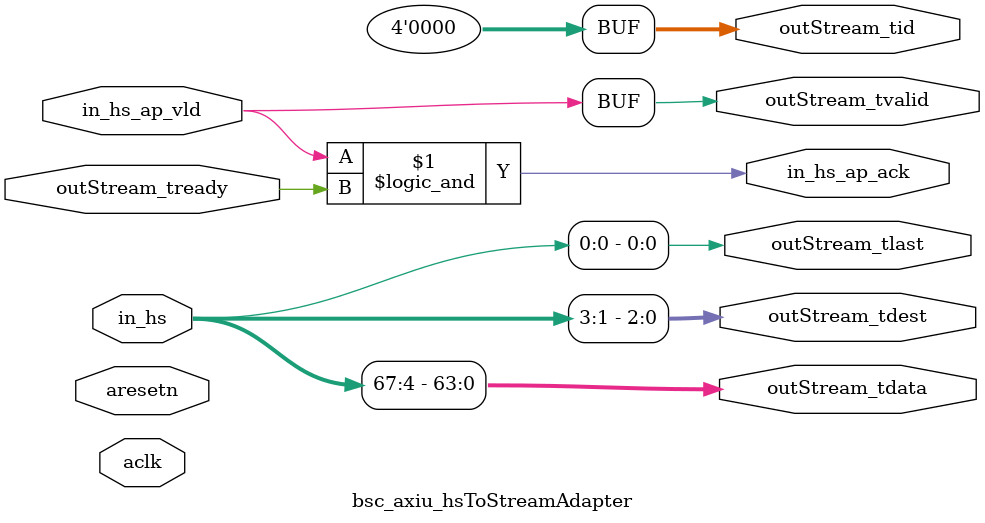
<source format=v>
/*------------------------------------------------------------------------*/
/*    (C) Copyright 2017-2025 Barcelona Supercomputing Center             */
/*                            Centro Nacional de Supercomputacion         */
/*                                                                        */
/*    This file is part of OmpSs@FPGA toolchain.                          */
/*                                                                        */
/*    This code is free software; you can redistribute it and/or modify   */
/*    it under the terms of the GNU Lesser General Public License as      */
/*    published by the Free Software Foundation; either version 3 of      */
/*    the License, or (at your option) any later version.                 */
/*                                                                        */
/*    OmpSs@FPGA toolchain is distributed in the hope that it will be     */
/*    useful, but WITHOUT ANY WARRANTY; without even the implied          */
/*    warranty of MERCHANTABILITY or FITNESS FOR A PARTICULAR PURPOSE.    */
/*    See the GNU Lesser General Public License for more details.         */
/*                                                                        */
/*    You should have received a copy of the GNU Lesser General Public    */
/*    License along with this code. If not, see <www.gnu.org/licenses/>.  */
/*------------------------------------------------------------------------*/

module bsc_axiu_hsToStreamAdapter #(
    parameter USE_BUFFER = 0,
    parameter TID_WIDTH = 4,
    parameter ACCID = 0
)
(
    input       aclk,
    input       aresetn,

    input [67:0] in_hs,
    input        in_hs_ap_vld,
    output       in_hs_ap_ack,

    output [63:0] outStream_tdata,
    output [2:0]  outStream_tdest,
    output [TID_WIDTH-1:0]  outStream_tid,
    output        outStream_tlast,
    output        outStream_tvalid,
    input         outStream_tready
);

    if (USE_BUFFER) begin

    localparam IDLE = 0;
    localparam WAIT_READY = 1;

    reg [0:0] state;
    reg [63:0] buf_data;
    reg [2:0] buf_dest;
    reg buf_last;
    reg ack;

    assign outStream_tid = ACCID;
    assign outStream_tdata = buf_data;
    assign outStream_tlast = buf_last;
    assign outStream_tdest = buf_dest;
    assign outStream_tvalid = state == WAIT_READY;

    assign in_hs_ap_ack = ack;

    always @(posedge aclk) begin

        ack <= 0;

        case (state)

            IDLE: begin
                buf_last <= in_hs[0];
                buf_dest <= in_hs[3:1];
                buf_data <= in_hs[67:4];

                if (in_hs_ap_vld) begin
                    ack <= 1;
                    state <= WAIT_READY;
                end
            end

            WAIT_READY: begin
                if (outStream_tready) begin
                    state <= IDLE;
                end
            end

        endcase

        if (!aresetn) begin
            state <= IDLE;
        end
    end

    end else begin

    assign outStream_tid = ACCID;
    assign outStream_tdata = in_hs[67:4];
    assign outStream_tlast = in_hs[0];
    assign outStream_tdest = in_hs[3:1];
    assign outStream_tvalid = in_hs_ap_vld;

    assign in_hs_ap_ack = in_hs_ap_vld && outStream_tready;

    end

endmodule

</source>
